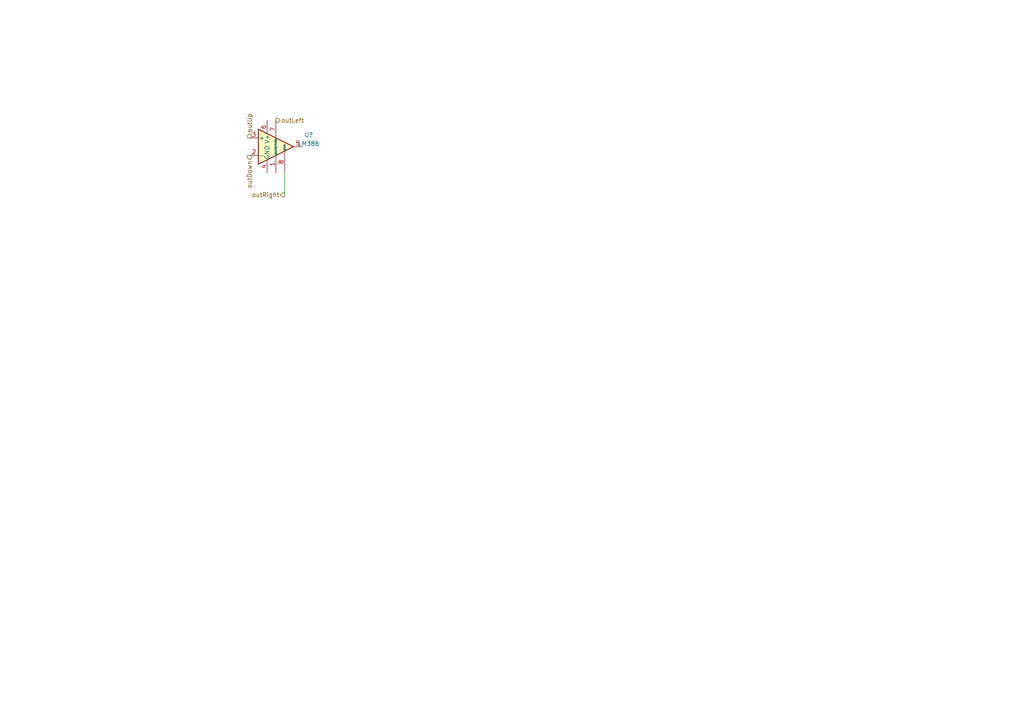
<source format=kicad_sch>
(kicad_sch (version 20230121) (generator eeschema)
  (paper "A4")
  (lib_symbols
    (symbol "Amplifier_Audio:LM386" (pin_names (offset 0.127))
      (property "Reference" "U" (at 1.27 7.62 0))
      (property "Value" "LM386" (at 1.27 5.08 0))
      (symbol "LM386_0_1"
        (polyline (pts (xy 5.08 0) (xy -5.08 5.08) (xy -5.08 -5.08) (xy 5.08 0)) (stroke (width 0.254)) (fill (type background)))
      )
      (symbol "LM386_1_1"
        (pin input line (at 0 -7.62 90) (length 5.08) (name "GAIN") (number "1"))
        (pin input line (at -7.62 -2.54 0) (length 2.54) (name "-") (number "2"))
        (pin input line (at -7.62 2.54 0) (length 2.54) (name "+") (number "3"))
        (pin power_in line (at -2.54 -7.62 90) (length 3.81) (name "GND") (number "4"))
        (pin output line (at 7.62 0 180) (length 2.54) (name "~") (number "5"))
        (pin power_in line (at -2.54 7.62 270) (length 3.81) (name "V+") (number "6"))
        (pin input line (at 0 7.62 270) (length 5.08) (name "BYPASS") (number "7"))
        (pin input line (at 2.54 -7.62 90) (length 6.35) (name "GAIN") (number "8"))
      )
    )
  )
  (wire (pts (xy 82.55 50.165) (xy 82.55 56.515)))
  (hierarchical_label "outUp" (shape output) (at 72.39 40.005 90))
  (hierarchical_label "outDown" (shape output) (at 72.39 45.085 270))
  (hierarchical_label "outRight" (shape output) (at 82.55 56.515 180))
  (hierarchical_label "outLeft" (shape output) (at 80.01 34.925 0))
  (symbol (lib_id "Amplifier_Audio:LM386") (at 80.01 42.545 0) (unit 1)
    (property "Reference" "U?" (at 89.535 39.1161 0))
    (property "Value" "LM386" (at 89.535 41.6561 0))
    (property "Datasheet" "http://www.ti.com/lit/ds/symlink/lm386.pdf" (effects hide))
  )
)
</source>
